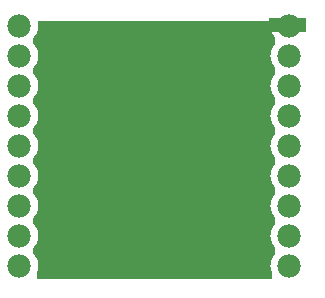
<source format=gbl>
G04 MADE WITH FRITZING*
G04 WWW.FRITZING.ORG*
G04 DOUBLE SIDED*
G04 HOLES PLATED*
G04 CONTOUR ON CENTER OF CONTOUR VECTOR*
%ASAXBY*%
%FSLAX23Y23*%
%MOIN*%
%OFA0B0*%
%SFA1.0B1.0*%
%ADD10C,0.075000*%
%ADD11C,0.078000*%
%LNCOPPER0*%
G90*
G70*
G54D10*
X219Y822D03*
G54D11*
X995Y885D03*
X995Y785D03*
X995Y685D03*
X995Y585D03*
X995Y485D03*
X995Y385D03*
X995Y285D03*
X995Y185D03*
X995Y85D03*
X95Y885D03*
X95Y785D03*
X95Y685D03*
X95Y585D03*
X95Y485D03*
X95Y385D03*
X95Y285D03*
X95Y185D03*
X95Y85D03*
G36*
X158Y902D02*
X158Y872D01*
X156Y872D01*
X156Y866D01*
X154Y866D01*
X154Y862D01*
X152Y862D01*
X152Y858D01*
X150Y858D01*
X150Y854D01*
X148Y854D01*
X148Y852D01*
X146Y852D01*
X146Y850D01*
X144Y850D01*
X144Y848D01*
X142Y848D01*
X142Y844D01*
X140Y844D01*
X140Y824D01*
X142Y824D01*
X142Y822D01*
X144Y822D01*
X144Y820D01*
X146Y820D01*
X146Y818D01*
X148Y818D01*
X148Y814D01*
X150Y814D01*
X150Y812D01*
X152Y812D01*
X152Y808D01*
X154Y808D01*
X154Y804D01*
X156Y804D01*
X156Y798D01*
X158Y798D01*
X158Y772D01*
X156Y772D01*
X156Y766D01*
X154Y766D01*
X154Y762D01*
X152Y762D01*
X152Y758D01*
X150Y758D01*
X150Y754D01*
X148Y754D01*
X148Y752D01*
X146Y752D01*
X146Y750D01*
X144Y750D01*
X144Y748D01*
X142Y748D01*
X142Y744D01*
X140Y744D01*
X140Y724D01*
X142Y724D01*
X142Y722D01*
X144Y722D01*
X144Y720D01*
X146Y720D01*
X146Y718D01*
X148Y718D01*
X148Y714D01*
X150Y714D01*
X150Y712D01*
X152Y712D01*
X152Y708D01*
X154Y708D01*
X154Y704D01*
X156Y704D01*
X156Y698D01*
X158Y698D01*
X158Y672D01*
X156Y672D01*
X156Y666D01*
X154Y666D01*
X154Y662D01*
X152Y662D01*
X152Y658D01*
X150Y658D01*
X150Y654D01*
X148Y654D01*
X148Y652D01*
X146Y652D01*
X146Y650D01*
X144Y650D01*
X144Y648D01*
X142Y648D01*
X142Y644D01*
X140Y644D01*
X140Y624D01*
X142Y624D01*
X142Y622D01*
X144Y622D01*
X144Y620D01*
X146Y620D01*
X146Y618D01*
X148Y618D01*
X148Y614D01*
X150Y614D01*
X150Y612D01*
X152Y612D01*
X152Y608D01*
X154Y608D01*
X154Y604D01*
X156Y604D01*
X156Y598D01*
X158Y598D01*
X158Y572D01*
X156Y572D01*
X156Y566D01*
X154Y566D01*
X154Y562D01*
X152Y562D01*
X152Y558D01*
X150Y558D01*
X150Y554D01*
X148Y554D01*
X148Y552D01*
X146Y552D01*
X146Y550D01*
X144Y550D01*
X144Y548D01*
X142Y548D01*
X142Y544D01*
X140Y544D01*
X140Y524D01*
X142Y524D01*
X142Y522D01*
X144Y522D01*
X144Y520D01*
X146Y520D01*
X146Y518D01*
X148Y518D01*
X148Y514D01*
X150Y514D01*
X150Y512D01*
X152Y512D01*
X152Y508D01*
X154Y508D01*
X154Y504D01*
X156Y504D01*
X156Y498D01*
X158Y498D01*
X158Y472D01*
X156Y472D01*
X156Y466D01*
X154Y466D01*
X154Y462D01*
X152Y462D01*
X152Y458D01*
X150Y458D01*
X150Y454D01*
X148Y454D01*
X148Y452D01*
X146Y452D01*
X146Y450D01*
X144Y450D01*
X144Y448D01*
X142Y448D01*
X142Y444D01*
X140Y444D01*
X140Y424D01*
X142Y424D01*
X142Y422D01*
X144Y422D01*
X144Y420D01*
X146Y420D01*
X146Y418D01*
X148Y418D01*
X148Y414D01*
X150Y414D01*
X150Y412D01*
X152Y412D01*
X152Y408D01*
X154Y408D01*
X154Y404D01*
X156Y404D01*
X156Y398D01*
X158Y398D01*
X158Y372D01*
X156Y372D01*
X156Y366D01*
X154Y366D01*
X154Y362D01*
X152Y362D01*
X152Y358D01*
X150Y358D01*
X150Y354D01*
X148Y354D01*
X148Y352D01*
X146Y352D01*
X146Y350D01*
X144Y350D01*
X144Y348D01*
X142Y348D01*
X142Y344D01*
X140Y344D01*
X140Y324D01*
X142Y324D01*
X142Y322D01*
X144Y322D01*
X144Y320D01*
X146Y320D01*
X146Y318D01*
X148Y318D01*
X148Y314D01*
X150Y314D01*
X150Y312D01*
X152Y312D01*
X152Y308D01*
X154Y308D01*
X154Y304D01*
X156Y304D01*
X156Y298D01*
X158Y298D01*
X158Y272D01*
X156Y272D01*
X156Y266D01*
X154Y266D01*
X154Y262D01*
X152Y262D01*
X152Y258D01*
X150Y258D01*
X150Y254D01*
X148Y254D01*
X148Y252D01*
X146Y252D01*
X146Y250D01*
X144Y250D01*
X144Y248D01*
X142Y248D01*
X142Y244D01*
X140Y244D01*
X140Y224D01*
X142Y224D01*
X142Y222D01*
X144Y222D01*
X144Y220D01*
X146Y220D01*
X146Y218D01*
X148Y218D01*
X148Y214D01*
X150Y214D01*
X150Y212D01*
X152Y212D01*
X152Y208D01*
X154Y208D01*
X154Y204D01*
X156Y204D01*
X156Y198D01*
X158Y198D01*
X158Y172D01*
X156Y172D01*
X156Y166D01*
X154Y166D01*
X154Y162D01*
X152Y162D01*
X152Y158D01*
X150Y158D01*
X150Y154D01*
X148Y154D01*
X148Y152D01*
X146Y152D01*
X146Y150D01*
X144Y150D01*
X144Y148D01*
X142Y148D01*
X142Y144D01*
X140Y144D01*
X140Y124D01*
X142Y124D01*
X142Y122D01*
X144Y122D01*
X144Y120D01*
X146Y120D01*
X146Y118D01*
X148Y118D01*
X148Y114D01*
X150Y114D01*
X150Y112D01*
X152Y112D01*
X152Y108D01*
X154Y108D01*
X154Y104D01*
X156Y104D01*
X156Y98D01*
X158Y98D01*
X158Y72D01*
X156Y72D01*
X156Y66D01*
X154Y66D01*
X154Y62D01*
X152Y62D01*
X152Y40D01*
X938Y40D01*
X938Y60D01*
X936Y60D01*
X936Y66D01*
X934Y66D01*
X934Y70D01*
X932Y70D01*
X932Y80D01*
X930Y80D01*
X930Y88D01*
X932Y88D01*
X932Y98D01*
X934Y98D01*
X934Y104D01*
X936Y104D01*
X936Y108D01*
X938Y108D01*
X938Y112D01*
X940Y112D01*
X940Y116D01*
X942Y116D01*
X942Y118D01*
X944Y118D01*
X944Y120D01*
X946Y120D01*
X946Y124D01*
X948Y124D01*
X948Y146D01*
X946Y146D01*
X946Y148D01*
X944Y148D01*
X944Y152D01*
X942Y152D01*
X942Y154D01*
X940Y154D01*
X940Y158D01*
X938Y158D01*
X938Y160D01*
X936Y160D01*
X936Y166D01*
X934Y166D01*
X934Y170D01*
X932Y170D01*
X932Y180D01*
X930Y180D01*
X930Y188D01*
X932Y188D01*
X932Y198D01*
X934Y198D01*
X934Y204D01*
X936Y204D01*
X936Y208D01*
X938Y208D01*
X938Y212D01*
X940Y212D01*
X940Y216D01*
X942Y216D01*
X942Y218D01*
X944Y218D01*
X944Y220D01*
X946Y220D01*
X946Y224D01*
X948Y224D01*
X948Y246D01*
X946Y246D01*
X946Y248D01*
X944Y248D01*
X944Y252D01*
X942Y252D01*
X942Y254D01*
X940Y254D01*
X940Y258D01*
X938Y258D01*
X938Y260D01*
X936Y260D01*
X936Y266D01*
X934Y266D01*
X934Y270D01*
X932Y270D01*
X932Y280D01*
X930Y280D01*
X930Y288D01*
X932Y288D01*
X932Y298D01*
X934Y298D01*
X934Y304D01*
X936Y304D01*
X936Y308D01*
X938Y308D01*
X938Y312D01*
X940Y312D01*
X940Y316D01*
X942Y316D01*
X942Y318D01*
X944Y318D01*
X944Y320D01*
X946Y320D01*
X946Y324D01*
X948Y324D01*
X948Y346D01*
X946Y346D01*
X946Y348D01*
X944Y348D01*
X944Y352D01*
X942Y352D01*
X942Y354D01*
X940Y354D01*
X940Y358D01*
X938Y358D01*
X938Y360D01*
X936Y360D01*
X936Y366D01*
X934Y366D01*
X934Y370D01*
X932Y370D01*
X932Y380D01*
X930Y380D01*
X930Y388D01*
X932Y388D01*
X932Y398D01*
X934Y398D01*
X934Y404D01*
X936Y404D01*
X936Y408D01*
X938Y408D01*
X938Y412D01*
X940Y412D01*
X940Y416D01*
X942Y416D01*
X942Y418D01*
X944Y418D01*
X944Y420D01*
X946Y420D01*
X946Y424D01*
X948Y424D01*
X948Y446D01*
X946Y446D01*
X946Y448D01*
X944Y448D01*
X944Y452D01*
X942Y452D01*
X942Y454D01*
X940Y454D01*
X940Y458D01*
X938Y458D01*
X938Y460D01*
X936Y460D01*
X936Y466D01*
X934Y466D01*
X934Y470D01*
X932Y470D01*
X932Y480D01*
X930Y480D01*
X930Y488D01*
X932Y488D01*
X932Y498D01*
X934Y498D01*
X934Y504D01*
X936Y504D01*
X936Y508D01*
X938Y508D01*
X938Y512D01*
X940Y512D01*
X940Y516D01*
X942Y516D01*
X942Y518D01*
X944Y518D01*
X944Y520D01*
X946Y520D01*
X946Y524D01*
X948Y524D01*
X948Y546D01*
X946Y546D01*
X946Y548D01*
X944Y548D01*
X944Y552D01*
X942Y552D01*
X942Y554D01*
X940Y554D01*
X940Y558D01*
X938Y558D01*
X938Y560D01*
X936Y560D01*
X936Y566D01*
X934Y566D01*
X934Y570D01*
X932Y570D01*
X932Y580D01*
X930Y580D01*
X930Y588D01*
X932Y588D01*
X932Y598D01*
X934Y598D01*
X934Y604D01*
X936Y604D01*
X936Y608D01*
X938Y608D01*
X938Y612D01*
X940Y612D01*
X940Y616D01*
X942Y616D01*
X942Y618D01*
X944Y618D01*
X944Y620D01*
X946Y620D01*
X946Y624D01*
X948Y624D01*
X948Y646D01*
X946Y646D01*
X946Y648D01*
X944Y648D01*
X944Y652D01*
X942Y652D01*
X942Y654D01*
X940Y654D01*
X940Y658D01*
X938Y658D01*
X938Y660D01*
X936Y660D01*
X936Y666D01*
X934Y666D01*
X934Y670D01*
X932Y670D01*
X932Y680D01*
X930Y680D01*
X930Y688D01*
X932Y688D01*
X932Y698D01*
X934Y698D01*
X934Y704D01*
X936Y704D01*
X936Y708D01*
X938Y708D01*
X938Y712D01*
X940Y712D01*
X940Y716D01*
X942Y716D01*
X942Y718D01*
X944Y718D01*
X944Y720D01*
X946Y720D01*
X946Y724D01*
X948Y724D01*
X948Y746D01*
X946Y746D01*
X946Y748D01*
X944Y748D01*
X944Y752D01*
X942Y752D01*
X942Y754D01*
X940Y754D01*
X940Y758D01*
X938Y758D01*
X938Y760D01*
X936Y760D01*
X936Y766D01*
X934Y766D01*
X934Y770D01*
X932Y770D01*
X932Y780D01*
X930Y780D01*
X930Y788D01*
X932Y788D01*
X932Y798D01*
X934Y798D01*
X934Y804D01*
X936Y804D01*
X936Y808D01*
X938Y808D01*
X938Y812D01*
X940Y812D01*
X940Y816D01*
X942Y816D01*
X942Y818D01*
X944Y818D01*
X944Y820D01*
X946Y820D01*
X946Y824D01*
X948Y824D01*
X948Y846D01*
X946Y846D01*
X946Y848D01*
X944Y848D01*
X944Y852D01*
X942Y852D01*
X942Y854D01*
X940Y854D01*
X940Y858D01*
X938Y858D01*
X938Y860D01*
X936Y860D01*
X936Y866D01*
X934Y866D01*
X934Y870D01*
X932Y870D01*
X932Y880D01*
X930Y880D01*
X930Y902D01*
X158Y902D01*
G37*
D02*
G36*
X926Y909D02*
X972Y909D01*
X972Y864D01*
X926Y864D01*
X926Y909D01*
G37*
D02*
G36*
X1010Y909D02*
X1050Y909D01*
X1050Y864D01*
X1010Y864D01*
X1010Y909D01*
G37*
D02*
G04 End of Copper0*
M02*
</source>
